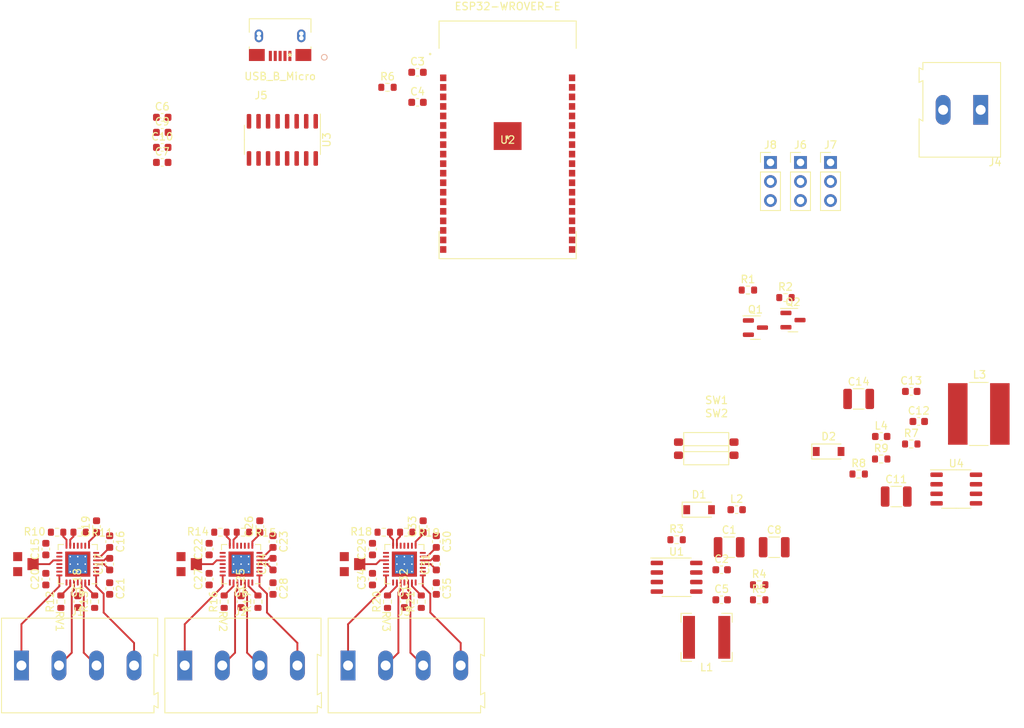
<source format=kicad_pcb>
(kicad_pcb (version 20211014) (generator pcbnew)
  (layers (0 "F.Cu" signal) (1 "In1.Cu" power) (2 "In2.Cu" power) (31 "B.Cu" signal) (34 "B.Paste" user) (35 "F.Paste" user) (36 "B.SilkS" user "B.Silkscreen") (37 "F.SilkS" user "F.Silkscreen") (38 "B.Mask" user) (39 "F.Mask" user) (44 "Edge.Cuts" user))
  (net 0 "")
  (net 1 "12v")
  (net 2 "GND")
  (net 3 "Net-(C2-Pad1)")
  (net 4 "3v3")
  (net 5 "Net-(C5-Pad1)")
  (net 6 "/USB_5v")
  (net 7 "Net-(C10-Pad1)")
  (net 8 "Net-(C12-Pad1)")
  (net 9 "Net-(C13-Pad1)")
  (net 10 "5v")
  (net 11 "Net-(C16-Pad2)")
  (net 12 "Net-(C17-Pad1)")
  (net 13 "Net-(C17-Pad2)")
  (net 14 "Net-(C19-Pad1)")
  (net 15 "Net-(C23-Pad2)")
  (net 16 "Net-(C24-Pad1)")
  (net 17 "Net-(C24-Pad2)")
  (net 18 "Net-(C26-Pad1)")
  (net 19 "Net-(C30-Pad2)")
  (net 20 "Net-(C31-Pad1)")
  (net 21 "Net-(C31-Pad2)")
  (net 22 "Net-(C33-Pad1)")
  (net 23 "Net-(D1-Pad1)")
  (net 24 "Net-(D2-Pad1)")
  (net 25 "/ST1_1B")
  (net 26 "/ST1_1A")
  (net 27 "/ST1_2A")
  (net 28 "/ST1_2B")
  (net 29 "/ST2_1B")
  (net 30 "/ST2_1A")
  (net 31 "/ST2_2A")
  (net 32 "/ST2_2B")
  (net 33 "/ST3_1B")
  (net 34 "/ST3_1A")
  (net 35 "/ST3_2A")
  (net 36 "/ST3_2B")
  (net 37 "/USB_D-")
  (net 38 "/USB_D+")
  (net 41 "/SERVO3")
  (net 42 "/SERVO1")
  (net 43 "/SERVO2")
  (net 44 "Net-(Q1-Pad1)")
  (net 45 "/DTR")
  (net 46 "Net-(Q2-Pad1)")
  (net 47 "/RTS")
  (net 48 "/BOOT")
  (net 49 "Net-(R3-Pad2)")
  (net 50 "Net-(R4-Pad2)")
  (net 51 "Net-(R6-Pad2)")
  (net 52 "Net-(R7-Pad2)")
  (net 53 "Net-(R8-Pad2)")
  (net 54 "Net-(R10-Pad1)")
  (net 55 "Net-(R11-Pad1)")
  (net 56 "Net-(R12-Pad2)")
  (net 57 "Net-(R13-Pad2)")
  (net 58 "Net-(R14-Pad1)")
  (net 59 "Net-(R15-Pad1)")
  (net 60 "Net-(R16-Pad2)")
  (net 61 "Net-(R17-Pad2)")
  (net 62 "Net-(R18-Pad1)")
  (net 63 "Net-(R19-Pad1)")
  (net 64 "Net-(R20-Pad2)")
  (net 65 "Net-(R21-Pad2)")
  (net 66 "Net-(RV1-Pad2)")
  (net 67 "Net-(RV2-Pad2)")
  (net 68 "Net-(RV3-Pad2)")
  (net 76 "/ST3_DIR")
  (net 77 "/ST3_STEP")
  (net 84 "/ST2_DIR")
  (net 85 "/ST2_STEP")
  (net 86 "/ST1_DIR")
  (net 89 "/ST1_STEP")
  (net 90 "/ST_Reset")
  (net 91 "/ST_Enable")
  (net 93 "/ST_MS3")
  (net 94 "/ESP_RX")
  (net 95 "/ESP_TX")
  (net 96 "/ST_MS2")
  (net 97 "/ST_MS1")
  (footprint "Resistor_SMD:R_0603_1608Metric" (layer "F.Cu") (at 156.5 121.25)
    (fp_text reference "R4")
    (fp_text value "18k")
  )
  (footprint "MotorBoard:VG039NCHXTB472" (layer "F.Cu") (at 57.75 118.5 -90)
    (fp_text reference "RV1")
    (fp_text value "4.7k")
  )
  (footprint "Resistor_SMD:R_0603_1608Metric" (layer "F.Cu") (at 160 83)
    (fp_text reference "R2")
    (fp_text value "10k")
  )
  (footprint "Capacitor_SMD:C_0603_1608Metric" (layer "F.Cu") (at 177.75 99.5)
    (fp_text reference "C12")
    (fp_text value "200pF")
  )
  (footprint "Resistor_SMD:R_0603_1608Metric" (layer "F.Cu") (at 89.75 123.5 90)
    (fp_text reference "R17")
    (fp_text value "0.05")
  )
  (footprint "Capacitor_SMD:C_0603_1608Metric" (layer "F.Cu") (at 77 59)
    (fp_text reference "C6")
    (fp_text value "10uF")
  )
  (footprint "Capacitor_SMD:C_0603_1608Metric" (layer "F.Cu") (at 77 65)
    (fp_text reference "C7")
    (fp_text value "100nF")
  )
  (footprint "Resistor_SMD:R_0603_1608Metric" (layer "F.Cu") (at 63 114.25 180)
    (fp_text reference "R10")
    (fp_text value "100k")
  )
  (footprint "Resistor_SMD:R_0603_1608Metric" (layer "F.Cu") (at 176.75 102.5)
    (fp_text reference "R7")
    (fp_text value "0.5")
  )
  (footprint "Package_DFN_QFN:QFN-28-1EP_5x5mm_P0.5mm_EP3.35x3.35mm_ThermalVias" (layer "F.Cu") (at 65.75 118.5 180)
    (fp_text reference "U5")
    (fp_text value "A4988SETTR-T")
  )
  (footprint "Resistor_SMD:R_0603_1608Metric" (layer "F.Cu") (at 106.5 114.25 180)
    (fp_text reference "R18")
    (fp_text value "100k")
  )
  (footprint "MotorBoard:VG039NCHXTB472" (layer "F.Cu") (at 101.25 118.5 -90)
    (fp_text reference "RV3")
    (fp_text value "4.7k")
  )
  (footprint "Package_DFN_QFN:QFN-28-1EP_5x5mm_P0.5mm_EP3.35x3.35mm_ThermalVias" (layer "F.Cu") (at 109.25 118.5 180)
    (fp_text reference "U7")
    (fp_text value "A4988SETTR-T")
  )
  (footprint "Inductor_SMD:L_0603_1608Metric" (layer "F.Cu") (at 153.5 111.25)
    (fp_text reference "L2")
    (fp_text value "1uH")
  )
  (footprint "TerminalBlock:TerminalBlock_Altech_AK300-4_P5.00mm" (layer "F.Cu") (at 58.25 132)
    (fp_text reference "J1")
    (fp_text value "Screw_Terminal_01x04")
  )
  (footprint "MotorBoard:U254-051T-4BH83-S1S" (layer "F.Cu") (at 94 51 180)
    (fp_text reference "J5")
    (fp_text value "USB_B_Micro")
  )
  (footprint "Resistor_SMD:R_0603_1608Metric" (layer "F.Cu") (at 111.5 123.5 90)
    (fp_text reference "R21")
    (fp_text value "0.05")
  )
  (footprint "Capacitor_SMD:C_0603_1608Metric" (layer "F.Cu") (at 68.25 113.5 90)
    (fp_text reference "C19")
    (fp_text value "220nF")
  )
  (footprint "MotorBoard:VG039NCHXTB472" (layer "F.Cu") (at 79.5 118.5 -90)
    (fp_text reference "RV2")
    (fp_text value "4.7k")
  )
  (footprint "Capacitor_SMD:C_0603_1608Metric" (layer "F.Cu") (at 91.75 118.5 90)
    (fp_text reference "C24")
    (fp_text value "100nF")
  )
  (footprint "Package_SO:SOIC-16_3.9x9.9mm_P1.27mm" (layer "F.Cu") (at 93 62 -90)
    (fp_text reference "U3")
    (fp_text value "CH340C")
  )
  (footprint "Package_TO_SOT_SMD:SOT-23" (layer "F.Cu") (at 161 86)
    (fp_text reference "Q2")
    (fp_text value "Q_NPN_BEC")
  )
  (footprint "Capacitor_SMD:C_0603_1608Metric" (layer "F.Cu") (at 105 116.5 90)
    (fp_text reference "C29")
    (fp_text value "220nF")
  )
  (footprint "Connector_PinHeader_2.54mm:PinHeader_1x03_P2.54mm_Vertical" (layer "F.Cu") (at 158 65)
    (fp_text reference "J8")
    (fp_text value "Conn_01x03")
  )
  (footprint "Inductor_SMD:L_Bourns-SRN8040_8x8.15mm" (layer "F.Cu") (at 185.75 98.5)
    (fp_text reference "L3")
    (fp_text value "47uH")
  )
  (footprint "Resistor_SMD:R_0603_1608Metric" (layer "F.Cu") (at 87.75 114.25)
    (fp_text reference "R15")
    (fp_text value "10k")
  )
  (footprint "Capacitor_SMD:C_1210_3225Metric" (layer "F.Cu") (at 158.5 116.25)
    (fp_text reference "C8")
    (fp_text value "100uF")
  )
  (footprint "Capacitor_SMD:C_0603_1608Metric" (layer "F.Cu") (at 70 115.5 -90)
    (fp_text reference "C16")
    (fp_text value "100nF")
  )
  (footprint "Capacitor_SMD:C_0603_1608Metric" (layer "F.Cu") (at 91.75 115.5 -90)
    (fp_text reference "C23")
    (fp_text value "100nF")
  )
  (footprint "Capacitor_SMD:C_0603_1608Metric" (layer "F.Cu") (at 111 57)
    (fp_text reference "C4")
    (fp_text value "100nF")
  )
  (footprint "Package_TO_SOT_SMD:SOT-23" (layer "F.Cu") (at 156 87)
    (fp_text reference "Q1")
    (fp_text value "Q_NPN_BEC")
  )
  (footprint "MotorBoard:TS-1101-C-W" (layer "F.Cu") (at 145.75 102.25)
    (fp_text reference "SW1")
    (fp_text value "SW_SPST")
  )
  (footprint "Capacitor_SMD:C_1210_3225Metric" (layer "F.Cu") (at 169.75 96.5)
    (fp_text reference "C14")
    (fp_text value "100uF")
  )
  (footprint "Package_SO:SOP-8_3.9x4.9mm_P1.27mm" (layer "F.Cu") (at 145.5 120.25)
    (fp_text reference "U1")
    (fp_text value "MC34063AD")
  )
  (footprint "Capacitor_SMD:C_0603_1608Metric" (layer "F.Cu") (at 70 121.75 -90)
    (fp_text reference "C21")
    (fp_text value "100nF")
  )
  (footprint "Resistor_SMD:R_0603_1608Metric" (layer "F.Cu") (at 68 123.5 90)
    (fp_text reference "R13")
    (fp_text value "0.05")
  )
  (footprint "Package_SO:SOP-8_3.9x4.9mm_P1.27mm" (layer "F.Cu") (at 182.75 108.5)
    (fp_text reference "U4")
    (fp_text value "MC34063AD")
  )
  (footprint "Capacitor_SMD:C_0603_1608Metric" (layer "F.Cu") (at 77 61)
    (fp_text reference "C9")
    (fp_text value "100nF")
  )
  (footprint "Capacitor_SMD:C_0603_1608Metric" (layer "F.Cu") (at 113.5 118.5 90)
    (fp_text reference "C31")
    (fp_text value "100nF")
  )
  (footprint "Capacitor_SMD:C_0603_1608Metric" (layer "F.Cu") (at 90 113.5 90)
    (fp_text reference "C26")
    (fp_text value "220nF")
  )
  (footprint "Package_DFN_QFN:QFN-28-1EP_5x5mm_P0.5mm_EP3.35x3.35mm_ThermalVias" (layer "F.Cu") (at 87.5 118.5 180)
    (fp_text reference "U6")
    (fp_text value "A4988SETTR-T")
  )
  (footprint "Resistor_SMD:R_0603_1608Metric" (layer "F.Cu") (at 66 114.25)
    (fp_text reference "R11")
    (fp_text value "10k")
  )
  (footprint "Resistor_SMD:R_0603_1608Metric" (layer "F.Cu") (at 84.75 114.25 180)
    (fp_text reference "R14")
    (fp_text value "100k")
  )
  (footprint "Diode_SMD:D_SOD-123" (layer "F.Cu") (at 165.75 103.5)
    (fp_text reference "D2")
    (fp_text value "1N5819")
  )
  (footprint "Resistor_SMD:R_0603_1608Metric" (layer "F.Cu") (at 107 123.5 90)
    (fp_text reference "R20")
    (fp_text value "0.05")
  )
  (footprint "Capacitor_SMD:C_0603_1608Metric" (layer "F.Cu") (at 111 53)
    (fp_text reference "C3")
    (fp_text value "22uF")
  )
  (footprint "Capacitor_SMD:C_0603_1608Metric" (layer "F.Cu") (at 87.5 123.5 -90)
    (fp_text reference "C25")
    (fp_text value "4.7uF")
  )
  (footprint "TerminalBlock:TerminalBlock_Altech_AK300-4_P5.00mm" (layer "F.Cu") (at 101.75 132)
    (fp_text reference "J3")
    (fp_text value "Screw_Terminal_01x04")
  )
  (footprint "Capacitor_SMD:C_0603_1608Metric" (layer "F.Cu") (at 176.75 95.5)
    (fp_text reference "C13")
    (fp_text value "10uF")
  )
  (footprint "Capacitor_SMD:C_0603_1608Metric" (layer "F.Cu") (at 61.5 120.5 90)
    (fp_text reference "C20")
    (fp_text value "100nF")
  )
  (footprint "Capacitor_SMD:C_0603_1608Metric" (layer "F.Cu") (at 105 120.5 90)
    (fp_text reference "C34")
    (fp_text value "100nF")
  )
  (footprint "Capacitor_SMD:C_0603_1608Metric" (layer "F.Cu") (at 151.5 123.25)
    (fp_text reference "C5")
    (fp_text value "10uF")
  )
  (footprint "Resistor_SMD:R_0603_1608Metric" (layer "F.Cu") (at 155 82)
    (fp_text reference "R1")
    (fp_text value "10k")
  )
  (footprint "TerminalBlock:TerminalBlock_Altech_AK300-2_P5.00mm" (layer "F.Cu") (at 186 58 180)
    (fp_text reference "J4")
    (fp_text value "Screw_Terminal_01x02")
  )
  (footprint "Capacitor_SMD:C_0603_1608Metric" (layer "F.Cu") (at 111.75 113.5 90)
    (fp_text reference "C33")
    (fp_text value "220nF")
  )
  (footprint "Resistor_SMD:R_0603_1608Metric" (layer "F.Cu") (at 145.5 115.25)
    (fp_text reference "R3")
    (fp_text value "0.39")
  )
  (footprint "Capacitor_SMD:C_1210_3225Metric" (layer "F.Cu") (at 152.5 116.25)
    (fp_text reference "C1")
    (fp_text value "100uF")
  )
  (footprint "Capacitor_SMD:C_0603_1608Metric" (layer "F.Cu") (at 109.25 123.5 -90)
    (fp_text reference "C32")
    (fp_text value "4.7uF")
  )
  (footprint "Resistor_SMD:R_0603_1608Metric" (layer "F.Cu") (at 109.5 114.25)
    (fp_text reference "R19")
    (fp_text value "10k")
  )
  (footprint "Connector_PinHeader_2.54mm:PinHeader_1x03_P2.54mm_Vertical" (layer "F.Cu") (at 162 65)
    (fp_text reference "J6")
    (fp_text value "Conn_01x03")
  )
  (footprint "MotorBoard:TS-1101-C-W" (layer "F.Cu") (at 145.75 104)
    (fp_text reference "SW2")
    (fp_text value "SW_SPST")
  )
  (footprint "Capacitor_SMD:C_0603_1608Metric" (layer "F.Cu") (at 65.75 123.5 -90)
    (fp_text reference "C18")
    (fp_text value "4.7uF")
  )
  (footprint "Inductor_SMD:L_Bourns-SRN6028" (layer "F.Cu") (at 149.5 128.25)
    (fp_text reference "L1")
    (fp_text value "33uH")
  )
  (footprint "Capacitor_SMD:C_0603_1608Metric" (layer "F.Cu") (at 61.5 116.5 90)
    (fp_text reference "C15")
    (fp_text value "220nF")
  )
  (footprint "TerminalBlock:TerminalBlock_Altech_AK300-4_P5.00mm" (layer "F.Cu") (at 80 132)
    (fp_text reference "J2")
    (fp_text value "Screw_Terminal_01x04")
  )
  (footprint "Capacitor_SMD:C_0603_1608Metric" (layer "F.Cu") (at 83.25 120.5 90)
    (fp_text reference "C27")
    (fp_text value "100nF")
  )
  (footprint "Capacitor_SMD:C_0603_1608Metric" (layer "F.Cu") (at 77 63)
    (fp_text reference "C10")
    (fp_text value "100nF")
  )
  (footprint "MotorBoard:ESP32-WROVER-IE" (layer "F.Cu") (at 123 62)
    (fp_text reference "U2")
    (fp_text value "ESP32-WROVER-E")
  )
  (footprint "Capacitor_SMD:C_0603_1608Metric" (layer "F.Cu") (at 151.5 119.25)
    (fp_text reference "C2")
    (fp_text value "150pF")
  )
  (footprint "Diode_SMD:D_SOD-123" (layer "F.Cu") (at 148.5 111.25)
    (fp_text reference "D1")
    (fp_text value "1N5819")
  )
  (footprint "Capacitor_SMD:C_0603_1608Metric" (layer "F.Cu") (at 70 118.5 90)
    (fp_text reference "C17")
    (fp_text value "100nF")
  )
  (footprint "Capacitor_SMD:C_0603_1608Metric" (layer "F.Cu") (at 113.5 121.75 -90)
    (fp_text reference "C35")
    (fp_text value "100nF")
  )
  (footprint "Inductor_SMD:L_0603_1608Metric" (layer "F.Cu") (at 172.75 101.5)
    (fp_text reference "L4")
    (fp_text value "1uH")
  )
  (footprint "Capacitor_SMD:C_0603_1608Metric" (layer "F.Cu") (at 83.25 116.5 90)
    (fp_text reference "C22")
    (fp_text value "220nF")
  )
  (footprint "Capacitor_SMD:C_0603_1608Metric" (layer "F.Cu") (at 91.75 121.75 -90)
    (fp_text reference "C28")
    (fp_text value "100nF")
  )
  (footprint "Resistor_SMD:R_0603_1608Metric" (layer "F.Cu") (at 169.75 106.5)
    (fp_text reference "R8")
    (fp_text value "3k")
  )
  (footprint "Resistor_SMD:R_0603_1608Metric" (layer "F.Cu") (at 107 55)
    (fp_text reference "R6")
    (fp_text value "10k")
  )
  (footprint "Resistor_SMD:R_0603_1608Metric" (layer "F.Cu") (at 156.5 123.25)
    (fp_text reference "R5")
    (fp_text value "11k")
  )
  (footprint "Capacitor_SMD:C_0603_1608Metric" (layer "F.Cu") (at 113.5 115.5 -90)
    (fp_text reference "C30")
    (fp_text value "100nF")
  )
  (footprint "Resistor_SMD:R_0603_1608Metric" (layer "F.Cu") (at 63.5 123.5 90)
    (fp_text reference "R12")
    (fp_text value "0.05")
  )
  (footprint "Resistor_SMD:R_0603_1608Metric" (layer "F.Cu") (at 172.75 104.5)
    (fp_text reference "R9")
    (fp_text value "1k")
  )
  (footprint "Capacitor_SMD:C_1210_3225Metric" (layer "F.Cu") (at 174.75 109.5)
    (fp_text reference "C11")
    (fp_text value "100uF")
  )
  (footprint "Resistor_SMD:R_0603_1608Metric" (layer "F.Cu") (at 85.25 123.5 90)
    (fp_text reference "R16")
    (fp_text value "0.05")
  )
  (footprint "Connector_PinHeader_2.54mm:PinHeader_1x03_P2.54mm_Vertical" (layer "F.Cu") (at 166 65)
    (fp_text reference "J7")
    (fp_text value "Conn_01x03")
  )
  (segment (start 68.775 117.5) (end 68.2 117.5) (width 0.25) (layer "F.Cu") (net 11))
  (segment (start 70 116.275) (end 68.775 117.5) (width 0.25) (layer "F.Cu") (net 11))
  (segment (start 70 119.275) (end 70 119.25) (width 0.25) (layer "F.Cu") (net 12))
  (segment (start 69.25 118.5) (end 68.2 118.5) (width 0.25) (layer "F.Cu") (net 12))
  (segment (start 70 119.25) (end 69.25 118.5) (width 0.25) (layer "F.Cu") (net 12))
  (segment (start 70 117.725) (end 69.525 117.725) (width 0.25) (layer "F.Cu") (net 13))
  (segment (start 69.525 117.725) (end 69.25 118) (width 0.25) (layer "F.Cu") (net 13))
  (segment (start 69.25 118) (end 68.2 118) (width 0.25) (layer "F.Cu") (net 13))
  (segment (start 68.25 114.5) (end 67.25 115.5) (width 0.25) (layer "F.Cu") (net 14))
  (segment (start 68.25 114.275) (end 68.25 114.5) (width 0.25) (layer "F.Cu") (net 14))
  (segment (start 67.25 115.5) (end 67.25 116.05) (width 0.25) (layer "F.Cu") (net 14))
  (segment (start 90.525 117.5) (end 89.95 117.5) (width 0.25) (layer "F.Cu") (net 15))
  (segment (start 91.75 116.275) (end 90.525 117.5) (width 0.25) (layer "F.Cu") (net 15))
  (segment (start 91.75 119.275) (end 91.75 119.25) (width 0.25) (layer "F.Cu") (net 16))
  (segment (start 91 118.5) (end 89.95 118.5) (width 0.25) (layer "F.Cu") (net 16))
  (segment (start 91.75 119.25) (end 91 118.5) (width 0.25) (layer "F.Cu") (net 16))
  (segment (start 91.75 117.725) (end 91.275 117.725) (width 0.25) (layer "F.Cu") (net 17))
  (segment (start 91.275 117.725) (end 91 118) (width 0.25) (layer "F.Cu") (net 17))
  (segment (start 91 118) (end 89.95 118) (width 0.25) (layer "F.Cu") (net 17))
  (segment (start 90 114.5) (end 89 115.5) (width 0.25) (layer "F.Cu") (net 18))
  (segment (start 90 114.275) (end 90 114.5) (width 0.25) (layer "F.Cu") (net 18))
  (segment (start 89 115.5) (end 89 116.05) (width 0.25) (layer "F.Cu") (net 18))
  (segment (start 112.275 117.5) (end 111.7 117.5) (width 0.25) (layer "F.Cu") (net 19))
  (segment (start 113.5 116.275) (end 112.275 117.5) (width 0.25) (layer "F.Cu") (net 19))
  (segment (start 113.5 119.275) (end 113.5 119.25) (width 0.25) (layer "F.Cu") (net 20))
  (segment (start 112.75 118.5) (end 111.7 118.5) (width 0.25) (layer "F.Cu") (net 20))
  (segment (start 113.5 119.25) (end 112.75 118.5) (width 0.25) (layer "F.Cu") (net 20))
  (segment (start 113.5 117.725) (end 113.025 117.725) (width 0.25) (layer "F.Cu") (net 21))
  (segment (start 113.025 117.725) (end 112.75 118) (width 0.25) (layer "F.Cu") (net 21))
  (segment (start 112.75 118) (end 111.7 118) (width 0.25) (layer "F.Cu") (net 21))
  (segment (start 111.75 114.5) (end 110.75 115.5) (width 0.25) (layer "F.Cu") (net 22))
  (segment (start 111.75 114.275) (end 111.75 114.5) (width 0.25) (layer "F.Cu") (net 22))
  (segment (start 110.75 115.5) (end 110.75 116.05) (width 0.25) (layer "F.Cu") (net 22))
  (segment (start 58.25 126.5) (end 58.25 132) (width 0.25) (layer "F.Cu") (net 25))
  (segment (start 63.3 120) (end 63.3 121.45) (width 0.25) (layer "F.Cu") (net 25))
  (segment (start 63.3 121.45) (end 58.25 126.5) (width 0.25) (layer "F.Cu") (net 25))
  (segment (start 64.95048 122.272382) (end 64.95048 130.29952) (width 0.25) (layer "F.Cu") (net 26))
  (segment (start 64.95048 130.29952) (end 63.25 132) (width 0.25) (layer "F.Cu") (net 26))
  (segment (start 65.25 121.972862) (end 64.95048 122.272382) (width 0.25) (layer "F.Cu") (net 26))
  (segment (start 65.25 120.95) (end 65.25 121.972862) (width 0.25) (layer "F.Cu") (net 26))
  (segment (start 66.25 120.95) (end 66.25 121.972862) (width 0.25) (layer "F.Cu") (net 27))
  (segment (start 66.54952 122.272382) (end 66.54952 130.29952) (width 0.25) (layer "F.Cu") (net 27))
  (segment (start 66.54952 130.29952) (end 68.25 132) (width 0.25) (layer "F.Cu") (net 27))
  (segment (start 66.25 121.972862) (end 66.54952 122.272382) (width 0.25) (layer "F.Cu") (net 27))
  (segment (start 69.20048 124.95048) (end 73.25 129) (width 0.25) (layer "F.Cu") (net 28))
  (segment (start 69.20048 122.45048) (end 69.20048 124.95048) (width 0.25) (layer "F.Cu") (net 28))
  (segment (start 68.2 121.45) (end 69.20048 122.45048) (width 0.25) (layer "F.Cu") (net 28))
  (segment (start 73.25 129) (end 73.25 132) (width 0.25) (layer "F.Cu") (net 28))
  (segment (start 68.2 120) (end 68.2 121.45) (width 0.25) (layer "F.Cu") (net 28))
  (segment (start 80 126.5) (end 80 132) (width 0.25) (layer "F.Cu") (net 29))
  (segment (start 85.05 120) (end 85.05 121.45) (width 0.25) (layer "F.Cu") (net 29))
  (segment (start 85.05 121.45) (end 80 126.5) (width 0.25) (layer "F.Cu") (net 29))
  (segment (start 86.70048 122.272382) (end 86.70048 130.29952) (width 0.25) (layer "F.Cu") (net 30))
  (segment (start 86.70048 130.29952) (end 85 132) (width 0.25) (layer "F.Cu") (net 30))
  (segment (start 87 121.972862) (end 86.70048 122.272382) (width 0.25) (layer "F.Cu") (net 30))
  (segment (start 87 120.95) (end 87 121.972862) (width 0.25) (layer "F.Cu") (net 30))
  (segment (start 88.29952 130.29952) (end 90 132) (width 0.25) (layer "F.Cu") (net 31))
  (segment (start 88 120.95) (end 88 121.972862) (width 0.25) (layer "F.Cu") (net 31))
  (segment (start 88.29952 122.272382) (end 88.29952 130.29952) (width 0.25) (layer "F.Cu") (net 31))
  (segment (start 88 121.972862) (end 88.29952 122.272382) (width 0.25) (layer "F.Cu") (net 31))
  (segment (start 90.95048 124.95048) (end 95 129) (width 0.25) (layer "F.Cu") (net 32))
  (segment (start 90.95048 122.45048) (end 90.95048 124.95048) (width 0.25) (layer "F.Cu") (net 32))
  (segment (start 89.95 121.45) (end 90.95048 122.45048) (width 0.25) (layer "F.Cu") (net 32))
  (segment (start 95 129) (end 95 132) (width 0.25) (layer "F.Cu") (net 32))
  (segment (start 89.95 120) (end 89.95 121.45) (width 0.25) (layer "F.Cu") (net 32))
  (segment (start 101.75 126.5) (end 101.75 132) (width 0.25) (layer "F.Cu") (net 33))
  (segment (start 106.8 120) (end 106.8 121.45) (width 0.25) (layer "F.Cu") (net 33))
  (segment (start 106.8 121.45) (end 101.75 126.5) (width 0.25) (layer "F.Cu") (net 33))
  (segment (start 108.45048 122.272382) (end 108.45048 130.29952) (width 0.25) (layer "F.Cu") (net 34))
  (segment (start 108.45048 130.29952) (end 106.75 132) (width 0.25) (layer "F.Cu") (net 34))
  (segment (start 108.75 121.972862) (end 108.45048 122.272382) (width 0.25) (layer "F.Cu") (net 34))
  (segment (start 108.75 120.95) (end 108.75 121.972862) (width 0.25) (layer "F.Cu") (net 34))
  (segment (start 110.04952 130.29952) (end 111.75 132) (width 0.25) (layer "F.Cu") (net 35))
  (segment (start 109.75 120.95) (end 109.75 121.972862) (width 0.25) (layer "F.Cu") (net 35))
  (segment (start 110.04952 122.272382) (end 110.04952 130.29952) (width 0.25) (layer "F.Cu") (net 35))
  (segment (start 109.75 121.972862) (end 110.04952 122.272382) (width 0.25) (layer "F.Cu") (net 35))
  (segment (start 112.70048 124.95048) (end 116.75 129) (width 0.25) (layer "F.Cu") (net 36))
  (segment (start 116.75 129) (end 116.75 132) (width 0.25) (layer "F.Cu") (net 36))
  (segment (start 112.70048 122.45048) (end 112.70048 124.95048) (width 0.25) (layer "F.Cu") (net 36))
  (segment (start 111.7 121.45) (end 112.70048 122.45048) (width 0.25) (layer "F.Cu") (net 36))
  (segment (start 111.7 120) (end 111.7 121.45) (width 0.25) (layer "F.Cu") (net 36))
  (segment (start 63.825 114.25) (end 63.825 114.825) (width 0.25) (layer "F.Cu") (net 54))
  (segment (start 63.825 114.825) (end 64.25 115.25) (width 0.25) (layer "F.Cu") (net 54))
  (segment (start 64.25 115.25) (end 64.25 116.05) (width 0.25) (layer "F.Cu") (net 54))
  (segment (start 64.75 115.25) (end 64.75 116.05) (width 0.25) (layer "F.Cu") (net 55))
  (segment (start 65.175 114.25) (end 65.175 114.825) (width 0.25) (layer "F.Cu") (net 55))
  (segment (start 65.175 114.825) (end 64.75 115.25) (width 0.25) (layer "F.Cu") (net 55))
  (segment (start 64.75 121.425) (end 63.5 122.675) (width 0.25) (layer "F.Cu") (net 56))
  (segment (start 64.75 120.95) (end 64.75 121.425) (width 0.25) (layer "F.Cu") (net 56))
  (segment (start 66.75 121.425) (end 68 122.675) (width 0.25) (layer "F.Cu") (net 57))
  (segment (start 66.75 120.95) (end 66.75 121.425) (width 0.25) (layer "F.Cu") (net 57))
  (segment (start 85.575 114.25) (end 85.575 114.825) (width 0.25) (layer "F.Cu") (net 58))
  (segment (start 85.575 114.825) (end 86 115.25) (width 0.25) (layer "F.Cu") (net 58))
  (segment (start 86 115.25) (end 86 116.05) (width 0.25) (layer "F.Cu") (net 58))
  (segment (start 86.5 115.25) (end 86.5 116.05) (width 0.25) (layer "F.Cu") (net 59))
  (segment (start 86.925 114.25) (end 86.925 114.825) (width 0.25) (layer "F.Cu") (net 59))
  (segment (start 86.925 114.825) (end 86.5 115.25) (width 0.25) (layer "F.Cu") (net 59))
  (segment (start 86.5 121.425) (end 85.25 122.675) (width 0.25) (layer "F.Cu") (net 60))
  (segment (start 86.5 120.95) (end 86.5 121.425) (width 0.25) (layer "F.Cu") (net 60))
  (segment (start 88.5 121.425) (end 89.75 122.675) (width 0.25) (layer "F.Cu") (net 61))
  (segment (start 88.5 120.95) (end 88.5 121.425) (width 0.25) (layer "F.Cu") (net 61))
  (segment (start 107.325 114.25) (end 107.325 114.825) (width 0.25) (layer "F.Cu") (net 62))
  (segment (start 107.325 114.825) (end 107.75 115.25) (width 0.25) (layer "F.Cu") (net 62))
  (segment (start 107.75 115.25) (end 107.75 116.05) (width 0.25) (layer "F.Cu") (net 62))
  (segment (start 108.25 115.25) (end 108.25 116.05) (width 0.25) (layer "F.Cu") (net 63))
  (segment (start 108.675 114.25) (end 108.675 114.825) (width 0.25) (layer "F.Cu") (net 63))
  (segment (start 108.675 114.825) (end 108.25 115.25) (width 0.25) (layer "F.Cu") (net 63))
  (segment (start 108.25 121.425) (end 107 122.675) (width 0.25) (layer "F.Cu") (net 64))
  (segment (start 108.25 120.95) (end 108.25 121.425) (width 0.25) (layer "F.Cu") (net 64))
  (segment (start 110.25 121.425) (end 111.5 122.675) (width 0.25) (layer "F.Cu") (net 65))
  (segment (start 110.25 120.95) (end 110.25 121.425) (width 0.25) (layer "F.Cu") (net 65))
  (segment (start 62.5 118) (end 63.3 118) (width 0.25) (layer "F.Cu") (net 66))
  (segment (start 62 118.5) (end 62.5 118) (width 0.25) (layer "F.Cu") (net 66))
  (segment (start 59.8 118.5) (end 62 118.5) (width 0.25) (layer "F.Cu") (net 66))
  (segment (start 84.25 118) (end 85.05 118) (width 0.25) (layer "F.Cu") (net 67))
  (segment (start 83.75 118.5) (end 84.25 118) (width 0.25) (layer "F.Cu") (net 67))
  (segment (start 81.55 118.5) (end 83.75 118.5) (width 0.25) (layer "F.Cu") (net 67))
  (segment (start 106 118) (end 106.8 118) (width 0.25) (layer "F.Cu") (net 68))
  (segment (start 105.5 118.5) (end 106 118) (width 0.25) (layer "F.Cu") (net 68))
  (segment (start 103.3 118.5) (end 105.5 118.5) (width 0.25) (layer "F.Cu") (net 68))
)
</source>
